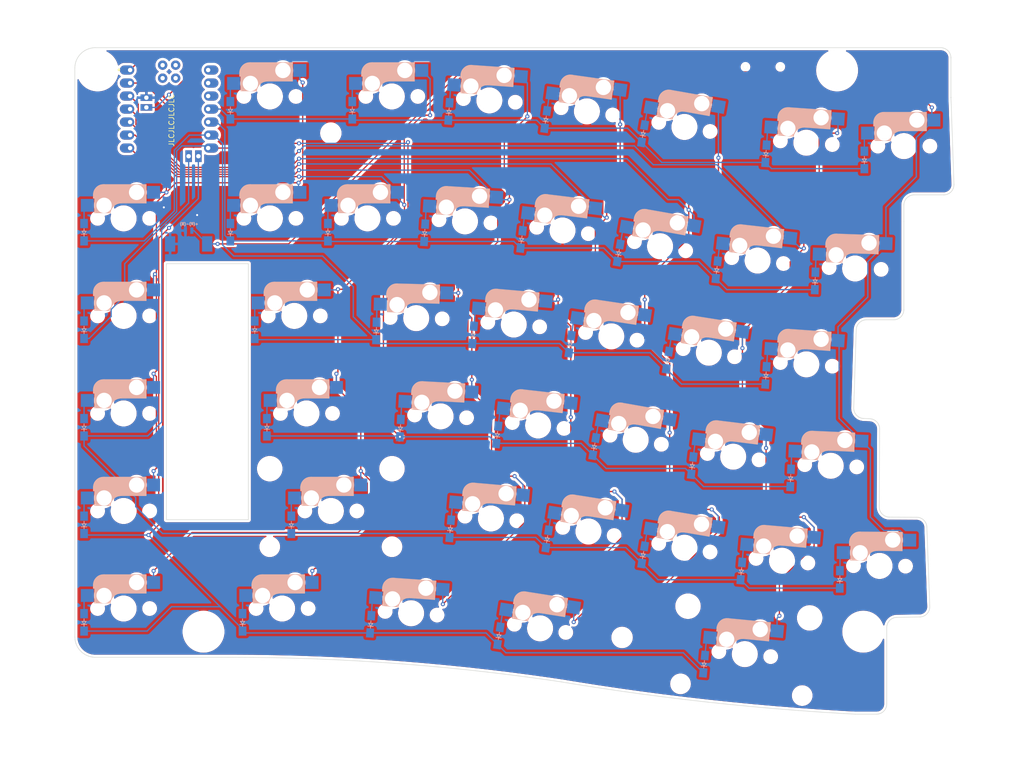
<source format=kicad_pcb>
(kicad_pcb (version 20211014) (generator pcbnew)
  (layers (0 "F.Cu" signal) (31 "B.Cu" signal) (34 "B.Paste" user) (35 "F.Paste" user) (36 "B.SilkS" user "B.Silkscreen") (37 "F.SilkS" user "F.Silkscreen") (38 "B.Mask" user) (39 "F.Mask" user) (44 "Edge.Cuts" user))
  (net 0 "")
  (net 1 "Net-(BC1-Pad1)")
  (net 2 "GND")
  (net 3 "ROW0")
  (net 4 "ROW1")
  (net 5 "ROW2")
  (net 6 "ROW3")
  (net 11 "COL0")
  (net 12 "COL1")
  (net 13 "COL6")
  (net 17 "ROW4")
  (net 18 "COL5")
  (net 19 "COL4")
  (net 20 "COL3")
  (net 21 "COL2")
  (net 23 "+BATT")
  (net 63 "ROW5")
  (footprint "footprints:MX-hotswap-diode-smd" (layer "F.Cu") (at 123.266706 100.564525 177)
    (fp_text reference "SW26" hide)
    (fp_text value "Switch")
  )
  (footprint "footprints:MX-hotswap-diode-smd_1.25u" (layer "F.Cu") (at 117.504206 139.018525 176)
    (fp_text reference "SW39" hide)
    (fp_text value "Switch")
  )
  (footprint "footprints:MX-hotswap-diode-smd" (layer "F.Cu") (at 170.891706 44.036825 170)
    (fp_text reference "SW3" hide)
    (fp_text value "Switch")
  )
  (footprint "footprints:MX-hotswap-diode-smd" (layer "F.Cu") (at 156.604206 84.930525 171.5)
    (fp_text reference "SW17" hide)
    (fp_text value "Switch")
  )
  (footprint "footprints:MX-hotswap-diode-smd" (layer "F.Cu") (at 204.229206 71.680525 178)
    (fp_text reference "SW8" hide)
    (fp_text value "Switch")
  )
  (footprint "footprints:MX-hotswap-diode-smd" (layer "F.Cu") (at 194.704206 47.118025 176)
    (fp_text reference "SW2" hide)
    (fp_text value "Switch")
  )
  (footprint "" (layer "F.Cu") (at 56.274206 33.000525)
    (fp_text reference "")
    (fp_text value "")
  )
  (footprint "footprints:MX-hotswap-diode-smd" (layer "F.Cu") (at 175.654206 88.130525 171)
    (fp_text reference "SW16" hide)
    (fp_text value "Switch")
  )
  (footprint "footprints:MX-hotswap-diode-smd" (layer "F.Cu") (at 199.466706 110.216525 177.5)
    (fp_text reference "SW22" hide)
    (fp_text value "Switch")
  )
  (footprint "footprints:MX-hotswap-diode-smd" (layer "F.Cu") (at 132.791706 38.855225 176)
    (fp_text reference "SW5" hide)
    (fp_text value "Switch")
  )
  (footprint "footprints:MX-hotswap-diode-smd" (layer "F.Cu") (at 61.354206 99.993025 180)
    (fp_text reference "SW35" hide)
    (fp_text value "Switch")
  )
  (footprint "footprints:MX-hotswap-diode-smd" (layer "F.Cu") (at 61.354206 80.943025 180)
    (fp_text reference "SW28" hide)
    (fp_text value "Switch")
  )
  (footprint "footprints:MX-hotswap-diode-smd_2.75u_stabilizer" (layer "F.Cu") (at 182.679206 147.000525 174.5)
    (fp_text reference "SW37" hide)
    (fp_text value "Switch")
  )
  (footprint "footprints:MX-hotswap-diode-smd" (layer "F.Cu") (at 61.354206 119.043025 180)
    (fp_text reference "SW42" hide)
    (fp_text value "Switch")
  )
  (footprint "footprints:MX-hotswap-diode-smd" (layer "F.Cu") (at 113.741706 38.080525 180)
    (fp_text reference "SW6" hide)
    (fp_text value "Switch")
  )
  (footprint "footprints:MX-hotswap-diode-smd" (layer "F.Cu") (at 89.929206 38.080525 180)
    (fp_text reference "SW7" hide)
    (fp_text value "Switch")
  )
  (footprint "Seeeduino XIAO KICAD:Seeeduino XIAO-MOUDLE14P-2.54-21X17.8MM" (layer "F.Cu") (at 70.244206 40.541785)
    (fp_text reference "MCU1" hide)
    (fp_text value "xaio_ble" hide)
  )
  (footprint "footprints:MX-hotswap-diode-smd" (layer "F.Cu") (at 185.179206 70.135325 173.5)
    (fp_text reference "SW9" hide)
    (fp_text value "Switch")
  )
  (footprint "footprints:MX-hotswap-diode-smd" (layer "F.Cu") (at 189.941706 128.758525 175)
    (fp_text reference "SW30" hide)
    (fp_text value "Switch")
  )
  (footprint "footprints:SK19 toggle switch" (layer "F.Cu") (at 186.211706 32.305525)
    (fp_text reference "TG_SW1" hide)
    (fp_text value "Toggle_Switch" hide)
  )
  (footprint "footprints:MX-hotswap-diode-smd_1.25u" (layer "F.Cu") (at 92.310456 138.093025 180)
    (fp_text reference "SW40" hide)
    (fp_text value "Switch")
  )
  (footprint "footprints:MX-hotswap-diode-smd" (layer "F.Cu") (at 213.754206 47.780525 180)
    (fp_text reference "SW1" hide)
    (fp_text value "Switch")
  )
  (footprint "footprints:MX-hotswap-diode-smd_1.5u" (layer "F.Cu") (at 94.691706 80.943025 180)
    (fp_text reference "SW20" hide)
    (fp_text value "Switch")
  )
  (footprint "footprints:MX-hotswap-diode-smd" (layer "F.Cu") (at 208.991706 129.774525 179.5)
    (fp_text reference "SW29" hide)
    (fp_text value "Switch")
  )
  (footprint "footprints:MX-hotswap-diode-smd" (layer "F.Cu") (at 152.141706 123.043525 171)
    (fp_text reference "SW32" hide)
    (fp_text value "Switch")
  )
  (footprint "footprints:MX-hotswap-diode-smd" (layer "F.Cu") (at 61.354206 138.093025 180)
    (fp_text reference "SW41" hide)
    (fp_text value "Switch")
  )
  (footprint "footprints:MX-hotswap-diode-smd" (layer "F.Cu") (at 133.091706 120.503525 175)
    (fp_text reference "SW33" hide)
    (fp_text value "Switch")
  )
  (footprint "footprints:MX-hotswap-diode-smd" (layer "F.Cu") (at 89.929206 61.893025 180)
    (fp_text reference "SW14" hide)
    (fp_text value "Switch")
  )
  (footprint "footprints:MX-hotswap-diode-smd" (layer "F.Cu") (at 147.079206 64.260525 173)
    (fp_text reference "SW11" hide)
    (fp_text value "Switch")
  )
  (footprint "footprints:battery_1.25mm_jst" (layer "F.Cu") (at 74.054206 64.283025)
    (fp_text reference "BC1" hide)
    (fp_text value "Battery_Connector" hide)
  )
  (footprint "" (layer "F.Cu") (at 101.829206 45.242525)
    (fp_text reference "")
    (fp_text value "")
  )
  (footprint "footprints:MX-hotswap-diode-smd_1.25u" (layer "F.Cu") (at 142.697956 141.966525 171)
    (fp_text reference "SW38" hide)
    (fp_text value "Switch")
  )
  (footprint "footprints:MX-hotswap-diode-smd" (layer "F.Cu") (at 194.704206 90.404525 176)
    (fp_text reference "SW15" hide)
    (fp_text value "Switch")
  )
  (footprint "footprints:MX-hotswap-diode-smd" (layer "F.Cu") (at 61.354206 61.893025 180)
    (fp_text reference "SW21" hide)
    (fp_text value "Switch")
  )
  (footprint "" (layer "F.Cu") (at 205.816706 142.618025)
    (fp_text reference "")
    (fp_text value "")
  )
  (footprint "footprints:MX-hotswap-diode-smd" (layer "F.Cu") (at 170.891706 126.218525 170.5)
    (fp_text reference "SW31" hide)
    (fp_text value "Switch")
  )
  (footprint "footprints:MX-hotswap-diode-smd" (layer "F.Cu") (at 128.029206 62.480525 176.5)
    (fp_text reference "SW12" hide)
    (fp_text value "Switch")
  )
  (footprint "footprints:MX-hotswap-diode-smd" (layer "F.Cu") (at 166.129206 67.330525 170)
    (fp_text reference "SW10" hide)
    (fp_text value "Switch")
  )
  (footprint "footprints:MX-hotswap-diode-smd" (layer "F.Cu") (at 180.416706 108.438525 173)
    (fp_text reference "SW23" hide)
    (fp_text value "Switch")
  )
  (footprint "footprints:MX-hotswap-diode-smd_2.25u_stabilizer" (layer "F.Cu") (at 101.835456 119.043025 180)
    (fp_text reference "SW34" hide)
    (fp_text value "Switch")
  )
  (footprint "footprints:MX-hotswap-diode-smd" (layer "F.Cu") (at 118.504206 81.380525 178.5)
    (fp_text reference "SW19" hide)
    (fp_text value "Switch")
  )
  (footprint "" (layer "F.Cu") (at 158.711706 143.742525)
    (fp_text reference "")
    (fp_text value "")
  )
  (footprint "footprints:MX-hotswap-diode-smd" (layer "F.Cu") (at 108.979206 61.893025 180)
    (fp_text reference "SW13" hide)
    (fp_text value "Switch")
  )
  (footprint "" (layer "F.Cu") (at 200.711706 33.000525)
    (fp_text reference "")
    (fp_text value "")
  )
  (footprint "footprints:MX-hotswap-diode-smd" (layer "F.Cu") (at 137.554206 82.630525 175)
    (fp_text reference "SW18" hide)
    (fp_text value "Switch")
  )
  (footprint "footprints:MX-hotswap-diode-smd" (layer "F.Cu") (at 142.316706 102.342525 173.5)
    (fp_text reference "SW25" hide)
    (fp_text value "Switch")
  )
  (footprint "footprints:MX-hotswap-diode-smd_1.75u" (layer "F.Cu") (at 97.072956 99.993025 180)
    (fp_text reference "SW27" hide)
    (fp_text value "Switch")
  )
  (footprint "" (layer "F.Cu") (at 76.959206 142.618025)
    (fp_text reference "")
    (fp_text value "")
  )
  (footprint "footprints:MX-hotswap-diode-smd" (layer "F.Cu") (at 151.841706 40.988825 172)
    (fp_text reference "SW4" hide)
    (fp_text value "Switch")
  )
  (footprint "footprints:MX-hotswap-diode-smd" (layer "F.Cu") (at 161.366706 105.136525 170)
    (fp_text reference "SW24" hide)
    (fp_text value "Switch")
  )
  (gr_line (start 222.979217 56.696817) (end 222.761552 56.891514) (layer "Edge.Cuts") (width 0.1))
  (gr_line (start 212.341127 139.819279) (end 212.201446 139.82627) (layer "Edge.Cuts") (width 0.1))
  (gr_line (start 211.408346 140.082822) (end 211.176329 140.238977) (layer "Edge.Cuts") (width 0.1))
  (gr_line (start 206.445998 81.705525) (end 206.306025 81.707869) (layer "Edge.Cuts") (width 0.1))
  (gr_line (start 210.165348 157.690238) (end 210.010875 157.9306) (layer "Edge.Cuts") (width 0.1))
  (gr_line (start 51.829206 143.618025) (end 51.829206 32.555525) (layer "Edge.Cuts") (width 0.1))
  (gr_line (start 218.18803 121.778477) (end 218.236613 122.052259) (layer "Edge.Cuts") (width 0.1))
  (gr_line (start 80.404206 147.618025) (end 55.829206 147.618025) (layer "Edge.Cuts") (width 0.1))
  (gr_line (start 210.927825 120.235112) (end 216.256364 120.26439) (layer "Edge.Cuts") (width 0.1))
  (gr_line (start 213.170217 81.121531) (end 212.954284 81.308636) (layer "Edge.Cuts") (width 0.1))
  (gr_line (start 208.795468 102.100792) (end 208.90643 102.355354) (layer "Edge.Cuts") (width 0.1))
  (gr_line (start 217.639128 120.826535) (end 217.824868 121.03346) (layer "Edge.Cuts") (width 0.1))
  (gr_line (start 222.905888 30.129828) (end 222.946549 30.412657) (layer "Edge.Cuts") (width 0.1))
  (gr_line (start 218.101991 121.514064) (end 218.18803 121.778477) (layer "Edge.Cuts") (width 0.1))
  (gr_line (start 209.730067 119.8317) (end 209.96956 119.987453) (layer "Edge.Cuts") (width 0.1))
  (gr_line (start 208.269451 101.461679) (end 208.473887 101.649616) (layer "Edge.Cuts") (width 0.1))
  (gr_line (start 213.511798 80.665238) (end 213.357325 80.9056) (layer "Edge.Cuts") (width 0.1))
  (gr_line (start 52.06076 31.207154) (end 52.21107 30.844274) (layer "Edge.Cuts") (width 0.1))
  (gr_line (start 213.754206 59.305525) (end 213.754206 62.493745) (layer "Edge.Cuts") (width 0.1))
  (gr_line (start 210.010875 157.9306) (end 209.823767 158.146531) (layer "Edge.Cuts") (width 0.1))
  (gr_line (start 207.792873 101.179107) (end 208.040982 101.303831) (layer "Edge.Cuts") (width 0.1))
  (gr_line (start 216.395378 120.267542) (end 216.670542 120.307569) (layer "Edge.Cuts") (width 0.1))
  (gr_rect (start 69.711706 70.742525) (end 85.711706 120.742525) (layer "Edge.Cuts") (width 0.1) (fill none))
  (gr_line (start 119.966068 149.255407) (end 115.810621 148.914816) (layer "Edge.Cuts") (width 0.1))
  (gr_line (start 52.396205 145.67568) (end 52.211048 145.32928) (layer "Edge.Cuts") (width 0.1))
  (gr_line (start 221.648864 28.679121) (end 221.908779 28.797822) (layer "Edge.Cuts") (width 0.1))
  (gr_line (start 210.405207 156.873385) (end 210.364541 157.156195) (layer "Edge.Cuts") (width 0.1))
  (gr_line (start 217.576236 139.599945) (end 217.304389 139.689883) (layer "Edge.Cuts") (width 0.1))
  (gr_line (start 209.515174 119.643453) (end 209.730067 119.8317) (layer "Edge.Cuts") (width 0.1))
  (gr_line (start 218.783884 138.103118) (end 218.713163 138.380586) (layer "Edge.Cuts") (width 0.1))
  (gr_line (start 51.870087 144.205302) (end 51.831585 143.814415) (layer "Edge.Cuts") (width 0.1))
  (gr_line (start 209.019627 103.0369) (end 208.938842 118.224504) (layer "Edge.Cuts") (width 0.1))
  (gr_line (start 208.040982 101.303831) (end 208.269451 101.461679) (layer "Edge.Cuts") (width 0.1))
  (gr_line (start 209.823767 158.146531) (end 209.607834 158.333636) (layer "Edge.Cuts") (width 0.1))
  (gr_line (start 218.814311 137.8184) (end 218.783884 138.103118) (layer "Edge.Cuts") (width 0.1))
  (gr_line (start 209.107572 158.606799) (end 208.833427 158.687295) (layer "Edge.Cuts") (width 0.1))
  (gr_line (start 222.365098 29.139424) (end 222.552214 29.35537) (layer "Edge.Cuts") (width 0.1))
  (gr_line (start 209.96956 119.987453) (end 210.228779 120.107542) (layer "Edge.Cuts") (width 0.1))
  (gr_line (start 107.490963 148.35207) (end 103.327502 148.129966) (layer "Edge.Cuts") (width 0.1))
  (gr_line (start 222.946549 30.412657) (end 222.949006 30.555525) (layer "Edge.Cuts") (width 0.1))
  (gr_line (start 206.306025 81.707869) (end 206.028816 81.746908) (layer "Edge.Cuts") (width 0.1))
  (gr_line (start 210.407756 156.730525) (end 210.405207 156.873385) (layer "Edge.Cuts") (width 0.1))
  (gr_line (start 203.959424 99.046602) (end 203.99027 99.327425) (layer "Edge.Cuts") (width 0.1))
  (gr_line (start 209.058809 118.924885) (end 209.176095 119.185384) (layer "Edge.Cuts") (width 0.1))
  (gr_line (start 218.277618 139.114198) (end 218.067876 139.30913) (layer "Edge.Cuts") (width 0.1))
  (gr_line (start 204.92464 100.682767) (end 205.176127 100.811481) (layer "Edge.Cuts") (width 0.1))
  (gr_line (start 213.754206 62.493745) (end 213.754206 79.705525) (layer "Edge.Cuts") (width 0.1))
  (gr_line (start 203.96148 98.90534) (end 203.959424 99.046602) (layer "Edge.Cuts") (width 0.1))
  (gr_line (start 124.118093 149.635438) (end 119.966068 149.255407) (layer "Edge.Cuts") (width 0.1))
  (gr_line (start 223.318677 56.223433) (end 223.166251 56.472533) (layer "Edge.Cuts") (width 0.1))
  (gr_line (start 223.166251 56.472533) (end 222.979217 56.696817) (layer "Edge.Cuts") (width 0.1))
  (gr_line (start 205.176127 100.811481) (end 205.443225 100.903524) (layer "Edge.Cuts") (width 0.1))
  (gr_line (start 212.201446 139.82627) (end 211.925953 139.874437) (layer "Edge.Cuts") (width 0.1))
  (gr_line (start 146.876006 152.431325) (end 144.813816 152.125856) (layer "Edge.Cuts") (width 0.1))
  (gr_line (start 132.410384 150.513676) (end 128.266323 150.054873) (layer "Edge.Cuts") (width 0.1))
  (gr_line (start 213.756651 59.162656) (end 213.754206 59.305525) (layer "Edge.Cuts") (width 0.1))
  (gr_line (start 205.720617 100.957065) (end 205.86158 100.966482) (layer "Edge.Cuts") (width 0.1))
  (gr_line (start 218.603593 138.645131) (end 218.457416 138.891347) (layer "Edge.Cuts") (width 0.1))
  (gr_line (start 213.877811 58.605662) (end 213.797312 58.879826) (layer "Edge.Cuts") (width 0.1))
  (gr_line (start 157.844882 154.141217) (end 153.452801 153.486432) (layer "Edge.Cuts") (width 0.1))
  (gr_line (start 55.241928 147.577118) (end 54.856696 147.500491) (layer "Edge.Cuts") (width 0.1))
  (gr_line (start 103.327502 148.129966) (end 99.16212 147.947403) (layer "Edge.Cuts") (width 0.1))
  (gr_line (start 53.771547 147.051011) (end 53.444962 146.832796) (layer "Edge.Cuts") (width 0.1))
  (gr_line (start 222.517885 57.052485) (end 222.253398 57.176305) (layer "Edge.Cuts") (width 0.1))
  (gr_line (start 53.141339 146.58362) (end 52.863601 146.305884) (layer "Edge.Cuts") (width 0.1))
  (gr_line (start 209.018066 102.898043) (end 209.019627 103.0369) (layer "Edge.Cuts") (width 0.1))
  (gr_line (start 223.539971 55.382153) (end 223.507546 55.672383) (layer "Edge.Cuts") (width 0.1))
  (gr_line (start 216.670542 120.307569) (end 216.937508 120.385326) (layer "Edge.Cuts") (width 0.1))
  (gr_line (start 52.614423 146.002263) (end 52.396205 145.67568) (layer "Edge.Cuts") (width 0.1))
  (gr_line (start 211.754206 81.705525) (end 206.445998 81.705525) (layer "Edge.Cuts") (width 0.1))
  (gr_line (start 205.759759 81.824224) (end 205.504113 81.938306) (layer "Edge.Cuts") (width 0.1))
  (gr_line (start 53.141352 29.589935) (end 53.444973 29.34076) (layer "Edge.Cuts") (width 0.1))
  (gr_line (start 221.091874 28.557953) (end 221.374702 28.598619) (layer "Edge.Cuts") (width 0.1))
  (gr_line (start 204.709632 82.707927) (end 204.587484 82.959818) (layer "Edge.Cuts") (width 0.1))
  (gr_line (start 222.761552 56.891514) (end 222.517885 57.052485) (layer "Edge.Cuts") (width 0.1))
  (gr_line (start 211.897066 81.702958) (end 211.754206 81.705525) (layer "Edge.Cuts") (width 0.1))
  (gr_line (start 223.433254 55.954812) (end 223.318677 56.223433) (layer "Edge.Cuts") (width 0.1))
  (gr_line (start 208.938842 118.224504) (end 208.940632 118.367358) (layer "Edge.Cuts") (width 0.1))
  (gr_line (start 166.645086 155.337648) (end 162.242419 154.758304) (layer "Edge.Cuts") (width 0.1))
  (gr_line (start 213.710991 80.131195) (end 213.630492 80.40534) (layer "Edge.Cuts") (width 0.1))
  (gr_line (start 222.149154 28.952304) (end 222.365098 29.139424) (layer "Edge.Cuts") (width 0.1))
  (gr_line (start 214.794429 57.547818) (end 214.554051 57.7023) (layer "Edge.Cuts") (width 0.1))
  (gr_line (start 210.228779 120.107542) (end 210.502449 120.189522) (layer "Edge.Cuts") (width 0.1))
  (gr_line (start 207.257105 101.037945) (end 207.529895 101.089907) (layer "Edge.Cuts") (width 0.1))
  (gr_line (start 221.973715 57.260343) (end 221.684783 57.302811) (layer "Edge.Cuts") (width 0.1))
  (gr_line (start 82.488892 147.612834) (end 80.404206 147.618025) (layer "Edge.Cuts") (width 0.1))
  (gr_line (start 208.650357 101.864028) (end 208.795468 102.100792) (layer "Edge.Cuts") (width 0.1))
  (gr_line (start 222.949044 38.266369) (end 222.949646 38.301068) (layer "Edge.Cuts") (width 0.1))
  (gr_line (start 212.454022 81.581799) (end 212.179877 81.662295) (layer "Edge.Cuts") (width 0.1))
  (gr_line (start 171.052561 155.879206) (end 166.645086 155.337648) (layer "Edge.Cuts") (width 0.1))
  (gr_line (start 222.706693 29.595749) (end 222.82539 29.855665) (layer "Edge.Cuts") (width 0.1))
  (gr_line (start 153.452801 153.486432) (end 149.066498 152.793997) (layer "Edge.Cuts") (width 0.1))
  (gr_line (start 52.060736 144.9664) (end 51.946716 144.590534) (layer "Edge.Cuts") (width 0.1))
  (gr_line (start 216.879486 139.747376) (end 212.341127 139.819279) (layer "Edge.Cuts") (width 0.1))
  (gr_line (start 217.426516 120.647335) (end 217.639128 120.826535) (layer "Edge.Cuts") (width 0.1))
  (gr_line (start 210.968328 140.425932) (end 210.788402 140.640042) (layer "Edge.Cuts") (width 0.1))
  (gr_line (start 204.865715 82.475532) (end 204.709632 82.707927) (layer "Edge.Cuts") (width 0.1))
  (gr_line (start 203.99027 99.327425) (end 204.060329 99.601113) (layer "Edge.Cuts") (width 0.1))
  (gr_line (start 216.256364 120.26439) (end 216.395378 120.267542) (layer "Edge.Cuts") (width 0.1))
  (gr_line (start 207.118545 101.028708) (end 207.257105 101.037945) (layer "Edge.Cuts") (width 0.1))
  (gr_line (start 210.788402 140.640042) (end 210.640058 140.877131) (layer "Edge.Cuts") (width 0.1))
  (gr_line (start 193.150687 158.018913) (end 188.724045 157.666826) (layer "Edge.Cuts") (width 0.1))
  (gr_line (start 209.607834 158.333636) (end 209.367472 158.488107) (layer "Edge.Cuts") (width 0.1))
  (gr_line (start 222.253398 57.176305) (end 221.973715 57.260343) (layer "Edge.Cuts") (width 0.1))
  (gr_line (start 221.374702 28.598619) (end 221.648864 28.679121) (layer "Edge.Cuts") (width 0.1))
  (gr_line (start 223.507546 55.672383) (end 223.433254 55.954812) (layer "Edge.Cuts") (width 0.1))
  (gr_line (start 90.827094 147.700962) (end 86.658202 147.637105) (layer "Edge.Cuts") (width 0.1))
  (gr_line (start 51.831585 143.814415) (end 51.829206 143.618025) (layer "Edge.Cuts") (width 0.1))
  (gr_line (start 208.473887 101.649616) (end 208.650357 101.864028) (layer "Edge.Cuts") (width 0.1))
  (gr_line (start 51.946742 31.583019) (end 52.06076 31.207154) (layer "Edge.Cuts") (width 0.1))
  (gr_line (start 216.937508 120.385326) (end 217.191129 120.499314) (layer "Edge.Cuts") (width 0.1))
  (gr_line (start 217.824868 121.03346) (end 217.980154 121.264118) (layer "Edge.Cuts") (width 0.1))
  (gr_line (start 54.8567 28.673062) (end 55.24193 28.596435) (layer "Edge.Cuts") (width 0.1))
  (gr_line (start 208.981108 102.622818) (end 209.018066 102.898043) (layer "Edge.Cuts") (width 0.1))
  (gr_line (start 218.713163 138.380586) (end 218.603593 138.645131) (layer "Edge.Cuts") (width 0.1))
  (gr_line (start 54.117955 28.937389) (end 54.480835 28.78708) (layer "Edge.Cuts") (width 0.1))
  (gr_line (start 218.244033 122.19111) (end 218.811514 137.675237) (layer "Edge.Cuts") (width 0.1))
  (gr_line (start 52.863616 29.867671) (end 53.141352 29.589935) (layer "Edge.Cuts") (width 0.1))
  (gr_line (start 184.300586 157.276781) (end 179.880636 156.848809) (layer "Edge.Cuts") (width 0.1))
  (gr_line (start 218.457416 138.891347) (end 218.277618 139.114198) (layer "Edge.Cuts") (width 0.1))
  (gr_line (start 94.995192 147.804398) (end 90.827094 147.700962) (layer "Edge.Cuts") (width 0.1))
  (gr_line (start 206.028816 81.746908) (end 205.759759 81.824224) (layer "Edge.Cuts") (width 0.1))
  (gr_line (start 51.946716 144.590534) (end 51.870087 144.205302) (layer "Edge.Cuts") (width 0.1))
  (gr_line (start 222.95021 38.318411) (end 223.537561 55.236131) (layer "Edge.Cuts") (width 0.1))
  (gr_line (start 218.067876 139.30913) (end 217.832478 139.472156) (layer "Edge.Cuts") (width 0.1))
  (gr_line (start 188.724045 157.666826) (end 184.300586 157.276781) (layer "Edge.Cuts") (width 0.1))
  (gr_line (start 211.176329 140.238977) (end 210.968328 140.425932) (layer "Edge.Cuts") (width 0.1))
  (gr_line (start 52.863601 146.305884) (end 52.614423 146.002263) (layer "Edge.Cuts") (width 0.1))
  (gr_line (start 210.364541 157.156195) (end 210.284042 157.43034) (layer "Edge.Cuts") (width 0.1))
  (gr_line (start 175.464519 156.382939) (end 171.052561 155.879206) (layer "Edge.Cuts") (width 0.1))
  (gr_line (start 204.447009 83.641937) (end 203.96148 98.90534) (layer "Edge.Cuts") (width 0.1))
  (gr_line (start 115.810621 148.914816) (end 111.652128 148.613694) (layer "Edge.Cuts") (width 0.1))
  (gr_line (start 204.587484 82.959818) (end 204.501656 83.226281) (layer "Edge.Cuts") (width 0.1))
  (gr_line (start 99.16212 147.947403) (end 94.995192 147.804398) (layer "Edge.Cuts") (width 0.1))
  (gr_line (start 111.652128 148.613694) (end 107.490963 148.35207) (layer "Edge.Cuts") (width 0.1))
  (gr_line (start 213.630492 80.40534) (end 213.511798 80.665238) (layer "Edge.Cuts") (width 0.1))
  (gr_line (start 213.357325 80.9056) (end 213.170217 81.121531) (layer "Edge.Cuts") (width 0.1))
  (gr_line (start 54.480835 28.78708) (end 54.8567 28.673062) (layer "Edge.Cuts") (width 0.1))
  (gr_line (start 213.996509 58.345745) (end 213.877811 58.605662) (layer "Edge.Cuts") (width 0.1))
  (gr_line (start 149.066498 152.793997) (end 146.876006 152.431325) (layer "Edge.Cuts") (width 0.1))
  (gr_line (start 210.449023 141.401389) (end 210.410056 141.678333) (layer "Edge.Cuts") (width 0.1))
  (gr_line (start 55.632817 28.557935) (end 55.829206 28.555525) (layer "Edge.Cuts") (width 0.1))
  (gr_line (start 86.658202 147.637105) (end 82.488892 147.612834) (layer "Edge.Cuts") (width 0.1))
  (gr_line (start 207.529895 101.089907) (end 207.792873 101.179107) (layer "Edge.Cuts") (width 0.1))
  (gr_line (start 52.21107 30.844274) (end 52.396224 30.497875) (layer "Edge.Cuts") (width 0.1))
  (gr_line (start 204.488107 100.326251) (end 204.693768 100.519943) (layer "Edge.Cuts") (width 0.1))
  (gr_line (start 53.771556 29.122544) (end 54.117955 28.937389) (layer "Edge.Cuts") (width 0.1))
  (gr_line (start 204.453826 83.50211) (end 204.447009 83.641937) (layer "Edge.Cuts") (width 0.1))
  (gr_line (start 218.236613 122.052259) (end 218.244033 122.19111) (layer "Edge.Cuts") (width 0.1))
  (gr_line (start 205.504113 81.938306) (end 205.266875 82.086924) (layer "Edge.Cuts") (width 0.1))
  (gr_line (start 215.328508 57.348616) (end 215.054345 57.429118) (layer "Edge.Cuts") (width 0.1))
  (gr_line (start 217.304389 139.689883) (end 217.022494 139.740133) (layer "Edge.Cuts") (width 0.1))
  (gr_line (start 55.829206 147.618025) (end 55.632816 147.615616) (layer "Edge.Cuts") (width 0.1))
  (gr_line (start 53.444962 146.832796) (end 53.141339 146.58362) (layer "Edge.Cuts") (width 0.1))
  (gr_line (start 54.480829 147.386474) (end 54.117948 147.236165) (layer "Edge.Cuts") (width 0.1))
  (gr_line (start 204.311749 100.105546) (end 204.488107 100.326251) (layer "Edge.Cuts") (width 0.1))
  (gr_line (start 144.813816 152.125856) (end 140.684503 151.549214) (layer "Edge.Cuts") (width 0.1))
  (gr_line (start 52.211048 145.32928) (end 52.060736 144.9664) (layer "Edge.Cuts") (width 0.1))
  (gr_line (start 218.811514 137.675237) (end 218.814311 137.8184) (layer "Edge.Cuts") (width 0.1))
  (gr_line (start 205.05268 82.267173) (end 204.865715 82.475532) (layer "Edge.Cuts") (width 0.1))
  (gr_line (start 212.179877 81.662295) (end 211.897066 81.702958) (layer "Edge.Cuts") (width 0.1))
  (gr_line (start 217.191129 120.499314) (end 217.426516 120.647335) (layer "Edge.Cuts") (width 0.1))
  (gr_line (start 208.407756 158.730525) (end 204.229206 158.730525) (layer "Edge.Cuts") (width 0.1))
  (gr_line (start 210.640058 140.877131) (end 210.526192 141.132573) (layer "Edge.Cuts") (width 0.1))
  (gr_line (start 222.82539 29.855665) (end 222.905888 30.129828) (layer "Edge.Cuts") (width 0.1))
  (gr_line (start 52.61444 30.171292) (end 52.863616 29.867671) (layer "Edge.Cuts") (width 0.1))
  (gr_line (start 210.526192 141.132573) (end 210.449023 141.401389) (layer "Edge.Cuts") (width 0.1))
  (gr_line (start 136.549901 151.011805) (end 132.410384 150.513676) (layer "Edge.Cuts") (width 0.1))
  (gr_line (start 209.329256 119.426543) (end 209.515174 119.643453) (layer "Edge.Cuts") (width 0.1))
  (gr_line (start 208.979785 118.650347) (end 209.058809 118.924885) (layer "Edge.Cuts") (width 0.1))
  (gr_line (start 220.949006 28.555525) (end 221.091874 28.557953) (layer "Edge.Cuts") (width 0.1))
  (gr_line (start 213.754206 79.705525) (end 213.751657 79.848385) (layer "Edge.Cuts") (width 0.1))
  (gr_line (start 217.832478 139.472156) (end 217.576236 139.599945) (layer "Edge.Cuts") (width 0.1))
  (gr_line (start 222.949006 30.555525) (end 222.949006 38.249017) (layer "Edge.Cuts") (width 0.1))
  (gr_line (start 210.407756 141.818169) (end 210.407756 156.730525) (layer "Edge.Cuts") (width 0.1))
  (gr_line (start 179.880636 156.848809) (end 175.464519 156.382939) (layer "Edge.Cuts") (width 0.1))
  (gr_line (start 55.632816 147.615616) (end 55.241928 147.577118) (layer "Edge.Cuts") (width 0.1))
  (gr_line (start 223.537561 55.236131) (end 223.539971 55.382153) (layer "Edge.Cuts") (width 0.1))
  (gr_line (start 205.86158 100.966482) (end 207.118545 101.028708) (layer "Edge.Cuts") (width 0.1))
  (gr_line (start 128.266323 150.054873) (end 124.118093 149.635438) (layer "Edge.Cuts") (width 0.1))
  (gr_line (start 208.940632 118.367358) (end 208.979785 118.650347) (layer "Edge.Cuts") (width 0.1))
  (gr_line (start 212.954284 81.308636) (end 212.713922 81.463107) (layer "Edge.Cuts") (width 0.1))
  (gr_line (start 214.150989 58.105366) (end 213.996509 58.345745) (layer "Edge.Cuts") (width 0.1))
  (gr_line (start 212.713922 81.463107) (end 212.454022 81.581799) (layer "Edge.Cuts") (width 0.1))
  (gr_line (start 214.554051 57.7023) (end 214.338106 57.889419) (layer "Edge.Cuts") (width 0.1))
  (gr_line (start 54.117948 147.236165) (end 53.771547 147.051011) (layer "Edge.Cuts") (width 0.1))
  (gr_line (start 208.833427 158.687295) (end 208.550616 158.727958) (layer "Edge.Cuts") (width 0.1))
  (gr_line (start 55.829206 28.555525) (end 220.949006 28.555525) (layer "Edge.Cuts") (width 0.1))
  (gr_line (start 205.266875 82.086924) (end 205.05268 82.267173) (layer "Edge.Cuts") (width 0.1))
  (gr_line (start 197.580186 158.333017) (end 193.150687 158.018913) (layer "Edge.Cuts") (width 0.1))
  (gr_line (start 217.980154 121.264118) (end 218.101991 121.514064) (layer "Edge.Cuts") (width 0.1))
  (gr_line (start 215.611337 57.307952) (end 215.328508 57.348616) (layer "Edge.Cuts") (width 0.1))
  (gr_line (start 202.012216 158.609115) (end 197.580186 158.333017) (layer "Edge.Cuts") (width 0.1))
  (gr_line (start 51.870115 31.968249) (end 51.946742 31.583019) (layer "Edge.Cuts") (width 0.1))
  (gr_line (start 222.949646 38.301068) (end 222.95021 38.318411) (layer "Edge.Cuts") (width 0.1))
  (gr_line (start 140.684503 151.549214) (end 136.549901 151.011805) (layer "Edge.Cuts") (width 0.1))
  (gr_line (start 204.693768 100.519943) (end 204.92464 100.682767) (layer "Edge.Cuts") (width 0.1))
  (gr_line (start 217.022494 139.740133) (end 216.879486 139.747376) (layer "Edge.Cuts") (width 0.1))
  (gr_line (start 222.552214 29.35537) (end 222.706693 29.595749) (layer "Edge.Cuts") (width 0.1))
  (gr_line (start 210.410056 141.678333) (end 210.407756 141.818169) (layer "Edge.Cuts") (width 0.1))
  (gr_line (start 214.338106 57.889419) (end 214.150989 58.105366) (layer "Edge.Cuts") (width 0.1))
  (gr_line (start 221.538765 57.305525) (end 215.754206 57.305525) (layer "Edge.Cuts") (width 0.1))
  (gr_line (start 53.444973 29.34076) (end 53.771556 29.122544) (layer "Edge.Cuts") (width 0.1))
  (gr_line (start 215.054345 57.429118) (end 214.794429 57.547818) (layer "Edge.Cuts") (width 0.1))
  (gr_line (start 211.925953 139.874437) (end 211.659856 139.960513) (layer "Edge.Cuts") (width 0.1))
  (gr_line (start 221.684783 57.302811) (end 221.538765 57.305525) (layer "Edge.Cuts") (width 0.1))
  (gr_line (start 204.060329 99.601113) (end 204.168204 99.862219) (layer "Edge.Cuts") (width 0.1))
  (gr_line (start 210.502449 120.189522) (end 210.784999 120.231726) (layer "Edge.Cuts") (width 0.1))
  (gr_line (start 51.829206 32.555525) (end 51.831615 32.359136) (layer "Edge.Cuts") (width 0.1))
  (gr_line (start 215.754206 57.305525) (end 215.611337 57.307952) (layer "Edge.Cuts") (width 0.1))
  (gr_line (start 210.284042 157.43034) (end 210.165348 157.690238) (layer "Edge.Cuts") (width 0.1))
  (gr_line (start 208.90643 102.355354) (end 208.981108 102.622818) (layer "Edge.Cuts") (width 0.1))
  (gr_line (start 205.443225 100.903524) (end 205.720617 100.957065) (layer "Edge.Cuts") (width 0.1))
  (gr_line (start 222.949006 38.249017) (end 222.949044 38.266369) (layer "Edge.Cuts") (width 0.1))
  (gr_line (start 51.831615 32.359136) (end 51.870115 31.968249) (layer "Edge.Cuts") (width 0.1))
  (gr_line (start 209.367472 158.488107) (end 209.107572 158.606799) (layer "Edge.Cuts") (width 0.1))
  (gr_line (start 52.396224 30.497875) (end 52.61444 30.171292) (layer "Edge.Cuts") (width 0.1))
  (gr_line (start 204.229206 158.730525) (end 202.012216 158.609115) (layer "Edge.Cuts") (width 0.1))
  (gr_line (start 162.242419 154.758304) (end 157.844882 154.141217) (layer "Edge.Cuts") (width 0.1))
  (gr_line (start 208.550616 158.727958) (end 208.407756 158.730525) (layer "Edge.Cuts") (width 0.1))
  (gr_line (start 213.751657 79.848385) (end 213.710991 80.131195) (layer "Edge.Cuts") (width 0.1))
  (gr_line (start 209.176095 119.185384) (end 209.329256 119.426543) (layer "Edge.Cuts") (width 0.1))
  (gr_line (start 54.856696 147.500491) (end 54.480829 147.386474) (layer "Edge.Cuts") (width 0.1))
  (gr_line (start 211.659856 139.960513) (end 211.408346 140.082822) (layer "Edge.Cuts") (width 0.1))
  (gr_line (start 213.797312 58.879826) (end 213.756651 59.162656) (layer "Edge.Cuts") (width 0.1))
  (gr_line (start 221.908779 28.797822) (end 222.149154 28.952304) (layer "Edge.Cuts") (width 0.1))
  (gr_line (start 55.24193 28.596435) (end 55.632817 28.557935) (layer "Edge.Cuts") (width 0.1))
  (gr_line (start 204.168204 99.862219) (end 204.311749 100.105546) (layer "Edge.Cuts") (width 0.1))
  (gr_line (start 204.501656 83.226281) (end 204.453826 83.50211) (layer "Edge.Cuts") (width 0.1))
  (gr_line (start 210.784999 120.231726) (end 210.927825 120.235112) (layer "Edge.Cuts") (width 0.1))
  (gr_text "JLCJLCJLCJLC" (at 70.711706 42.742525 90) (layer "F.SilkS") (effects (font (size 1 1))))
  (segment (start 177.711706 33.742525) (end 144.211706 33.742525) (width 0.25) (layer "F.Cu") (net 1))
  (segment (start 144.211706 33.742525) (end 141.661706 31.192525) (width 0.25) (layer "F.Cu") (net 1))
  (segment (start 129.261706 31.192525) (end 93.571206 66.883025) (width 0.25) (layer "F.Cu") (net 1))
  (segment (start 184.711706 37.742525) (end 181.711706 37.742525) (width 0.25) (layer "F.Cu") (net 1))
  (segment (start 141.661706 31.192525) (end 129.261706 31.192525) (width 0.25) (layer "F.Cu") (net 1))
  (segment (start 186.211706 35.380525) (end 186.211706 36.242525) (width 0.25) (layer "F.Cu") (net 1))
  (segment (start 181.711706 37.742525) (end 177.711706 33.742525) (width 0.25) (layer "F.Cu") (net 1))
  (segment (start 186.211706 36.242525) (end 184.711706 37.742525) (width 0.25) (layer "F.Cu") (net 1))
  (segment (start 93.571206 66.883025) (end 79.711706 66.883025) (width 0.25) (layer "F.Cu") (net 1))
  (via (at 79.711706 66.883025) (size 0.8) (drill 0.4) (layers "F.Cu" "B.Cu") (net 1))
  (segment (start 79.711706 66.883025) (end 77.679206 66.883025) (width 0.25) (layer "B.Cu") (net 1))
  (segment (start 75.079206 64.283025) (end 74.679206 64.283025) (width 0.25) (layer "B.Cu") (net 1))
  (segment (start 77.679206 66.883025) (end 75.079206 64.283025) (width 0.25) (layer "B.Cu") (net 1))
  (via (at 69.211706 59.742525) (size 0.8) (drill 0.4) (layers "F.Cu" "B.Cu") (net 2))
  (via (at 75.711706 61.242525) (size 0.8) (drill 0.4) (layers "F.Cu" "B.Cu") (net 2))
  (segment (start 80.265466 40.541785) (end 77.864206 40.541785) (width 0.25) (layer "B.Cu") (net 3))
  (segment (start 186.691095 50.968438) (end 166.459905 50.968438) (width 0.25) (layer "B.Cu") (net 3))
  (segment (start 166.459905 50.968438) (end 162.520014 47.028547) (width 0.25) (layer "B.Cu") (net 3))
  (segment (start 162.520014 47.028547) (end 159.762359 44.270892) (width 0.25) (layer "B.Cu") (net 3))
  (segment (start 187.903182 52.180525) (end 186.691095 50.968438) (width 0.25) (layer "B.Cu") (net 3))
  (segment (start 124.778595 42.705638) (end 106.241819 42.705638) (width 0.25) (layer "B.Cu") (net 3))
  (segment (start 106.016706 42.480525) (end 82.204206 42.480525) (width 0.25) (layer "B.Cu") (net 3))
  (segment (start 159.762359 44.270892) (end 143.579524 44.270892) (width 0.25) (layer "B.Cu") (net 3))
  (segment (start 142.01427 42.705638) (end 124.778595 42.705638) (width 0.25) (layer "B.Cu") (net 3))
  (segment (start 106.241819 42.705638) (end 106.016706 42.480525) (width 0.25) (layer "B.Cu") (net 3))
  (segment (start 82.204206 42.480525) (end 80.265466 40.541785) (width 0.25) (layer "B.Cu") (net 3))
  (segment (start 143.579524 44.270892) (end 142.01427 42.705638) (width 0.25) (layer "B.Cu") (net 3))
  (segment (start 206.029206 52.180525) (end 187.903182 52.180525) (width 0.25) (layer "B.Cu") (net 3))
  (segment (start 157.757514 70.322247) (end 155.121554 67.686287) (width 0.25) (layer "B.Cu") (net 4))
  (segment (start 81.129206 65.218025) (end 81.129206 44.660025) (width 0.25) (layer "B.Cu") (net 4))
  (segment (start 155.121554 67.686287) (end 138.875562 67.686287) (width 0.25) (layer "B.Cu") (net 4))
  (segment (start 79.550966 43.081785) (end 77.864206 43.081785) (width 0.25) (layer "B.Cu") (net 4))
  (segment (start 177.005769 73.632546) (end 173.69547 70.322247) (width 0.25) (layer "B.Cu") (net 4))
  (segment (start 120.050001 66.400718) (end 101.361899 66.400718) (width 0.25) (layer "B.Cu") (net 4))
  (segment (start 82.204206 66.293025) (end 81.129206 65.218025) (width 0.25) (layer "B.Cu") (net 4))
  (segment (start 173.69547 70.322247) (end 157.757514 70.322247) (width 0.25) (layer "B.Cu") (net 4))
  (segment (start 101.361899 66.400718) (end 101.254206 66.293025) (width 0.25) (layer "B.Cu") (net 4))
  (segment (start 179.181469 75.808246) (end 177.005769 73.632546) (width 0.25) (layer "B.Cu") (net 4))
  (segment (start 137.589993 66.400718) (end 120.050001 66.400718) (width 0.25) (layer "B.Cu") (net 4))
  (segment (start 81.129206 44.660025) (end 79.550966 43.081785) (width 0.25) (layer "B.Cu") (net 4))
  (segment (start 101.254206 66.293025) (end 82.204206 66.293025) (width 0.25) (layer "B.Cu") (net 4))
  (segment (start 196.355354 75.808246) (end 179.181469 75.808246) (width 0.25) (layer "B.Cu") (net 4))
  (segment (start 138.875562 67.686287) (end 137.589993 66.400718) (width 0.25) (layer "B.Cu") (net 4))
  (segment (start 79.058466 45.621785) (end 77.864206 45.621785) (width 0.25) (layer "B.Cu") (net 5))
  (segment (start 146.513834 86.340504) (end 129.475117 86.340504) (width 0.25) (layer "B.Cu") (net 5))
  (segment (start 87.200481 85.5768) (end 86.966706 85.343025) (width 0.25) (layer "B.Cu") (net 5))
  (segment (start 110.666675 85.5768) (end 106.211706 81.121831) (width 0.25) (layer "B.Cu") (net 5))
  (segment (start 71.261706 48.556129) (end 74.19605 45.621785) (width 0.25) (layer "B.Cu") (net 5))
  (segment (start 100.211706 69.242525) (end 82.853706 69.242525) (width 0.25) (layer "B.Cu") (net 5))
  (segment (start 164.208472 88.140367) (end 148.313697 88.140367) (width 0.25) (layer "B.Cu") (net 5))
  (segment (start 110.666675 85.5768) (end 87.200481 85.5768) (width 0.25) (layer "B.Cu") (net 5))
  (segment (start 74.19605 45.621785) (end 77.864206 45.621785) (width 0.25) (layer "B.Cu") (net 5))
  (segment (start 82.853706 69.242525) (end 80.679206 67.068025) (width 0.25) (layer "B.Cu") (net 5))
  (segment (start 167.336002 91.267897) (end 164.208472 88.140367) (width 0.25) (layer "B.Cu") (net 5))
  (segment (start 80.679206 67.068025) (end 80.679206 47.242525) (width 0.25) (layer "B.Cu") (net 5))
  (segment (start 65.388414 66.293025) (end 71.261706 60.419733) (width 0.25) (layer "B.Cu") (net 5))
  (segment (start 111.430379 86.340504) (end 110.666675 85.5768) (width 0.25) (layer "B.Cu") (net 5))
  (segment (start 71.261706 60.419733) (end 71.261706 48.556129) (width 0.25) (layer "B.Cu") (net 5))
  (segment (start 53.629206 66.293025) (end 65.388414 66.293025) (width 0.25) (layer "B.Cu") (net 5))
  (segment (start 129.475117 86.340504) (end 111.430379 86.340504) (width 0.25) (layer "B.Cu") (net 5))
  (segment (start 170.323043 94.254938) (end 167.336002 91.267897) (width 0.25) (layer "B.Cu") (net 5))
  (segment (start 106.211706 81.121831) (end 106.211706 75.242525) (width 0.25) (layer "B.Cu") (net 5))
  (segment (start 148.313697 88.140367) (end 146.513834 86.340504) (width 0.25) (layer "B.Cu") (net 5))
  (segment (start 106.211706 75.242525) (end 100.211706 69.242525) (width 0.25) (layer "B.Cu") (net 5))
  (segment (start 186.691095 94.254938) (end 170.323043 94.254938) (width 0.25) (layer "B.Cu") (net 5))
  (segment (start 80.679206 47.242525) (end 79.058466 45.621785) (width 0.25) (layer "B.Cu") (net 5))
  (segment (start 94.109707 47.242525) (end 93.190447 48.161785) (width 0.25) (layer "F.Cu") (net 6))
  (segment (start 116.891207 47.018025) (end 116.891207 63.563024) (width 0.25) (layer "F.Cu") (net 6))
  (segment (start 93.190447 48.161785) (end 77.864206 48.161785) (width 0.25) (layer "F.Cu") (net 6))
  (segment (start 112.100946 101.333131) (end 115.322015 104.5542) (width 0.25) (layer "F.Cu") (net 6))
  (segment (start 95.609707 47.242525) (end 94.109707 47.242525) (width 0.25) (layer "F.Cu") (net 6))
  (segment (start 116.891207 63.563024) (end 112.100946 68.353285) (width 0.25) (layer "F.Cu") (net 6))
  (segment (start 112.100946 68.353285) (end 112.100946 101.333131) (width 0.25) (layer "F.Cu") (net 6))
  (via (at 115.322015 104.5542) (size 0.8) (drill 0.4) (layers "F.Cu" "B.Cu") (net 6))
  (via (at 116.891207 47.018025) (size 0.8) (drill 0.4) (layers "F.Cu" "B.Cu") (net 6))
  (via (at 95.609707 47.242525) (size 0.8) (drill 0.4) (layers "F.Cu" "B.Cu") (net 6))
  (segment (start 155.609292 110.742525) (end 152.995014 108.128247) (width 0.25) (layer "B.Cu") (net 6))
  (segment (start 58.929205 81.043026) (end 58.929205 79.669678) (width 0.25) (layer "B.Cu") (net 6))
  (segment (start 89.347956 104.393025) (end 115.16084 104.393025) (width 0.25) (layer "B.Cu") (net 6))
  (segment (start 150.706513 105.839746) (end 134.143269 105.839746) (width 0.25) (layer "B.Cu") (net 6))
  (segment (start 53.629206 85.343025) (end 54.629206 85.343025) (width 0.25) (layer "B.Cu") (net 6))
  (segment (start 72.711706 47.742525) (end 77.444946 47.742525) (width 0.25) (layer "B.Cu") (net 6))
  (segment (start 71.711706 48.742525) (end 72.711706 47.742525) (width 0.25) (layer "B.Cu") (net 6))
  (segment (start 171.0913 110.742525) (end 155.609292 110.742525) (width 0.25) (layer "B.Cu") (net 6))
  (segment (start 174.624152 114.275377) (end 172.213062 111.864287) (width 0.25) (layer "B.Cu") (net 6))
  (segment (start 71.711706 60.606129) (end 71.711706 48.742525) (width 0.25) (layer "B.Cu") (net 6))
  (segment (start 115.16084 104.393025) (end 115.322015 104.5542) (width 0.25) (layer "B.Cu") (net 6))
  (segment (start 116.891207 47.018025) (end 116.666707 47.242525) (width 0.25) (layer "B.Cu") (net 6))
  (segment (start 116.666707 47.242525) (end 95.609707 47.242525) (width 0.25) (layer "B.Cu") (net 6))
  (segment (start 191.557133 114.275377) (end 174.624152 114.275377) (width 0.25) (layer "B.Cu") (net 6))
  (segment (start 61.569205 77.029678) (end 61.569205 70.74863) (width 0.25) (layer "B.Cu") (net 6))
  (segment (start 152.995014 108.128247) (end 150.706513 105.839746) (width 0.25) (layer "B.Cu") (net 6))
  (segment (start 58.929205 79.669678) (end 61.569205 77.029678) (width 0.25) (layer "B.Cu") (net 6))
  (segment (start 61.569205 70.74863) (end 71.711706 60.606129) (width 0.25) (layer "B.Cu") (net 6))
  (segment (start 134.143269 105.839746) (end 132.857723 104.5542) (width 0.25) (layer "B.Cu") (net 6))
  (segment (start 54.629206 85.343025) (end 58.929205 81.043026) (width 0.25) (layer "B.Cu") (net 6))
  (segment (start 172.213062 111.864287) (end 171.0913 110.742525) (width 0.25) (layer "B.Cu") (net 6))
  (segment (start 132.857723 104.5542) (end 115.322015 104.5542) (width 0.25) (layer "B.Cu") (net 6))
  (segment (start 77.444946 47.742525) (end 77.864206 48.161785) (width 0.25) (layer "B.Cu") (net 6))
  (segment (start 142.034498 30.292525) (end 65.253466 30.292525) (width 0.25) (layer "F.Cu") (net 11))
  (segment (start 65.253466 30.292525) (end 62.624206 32.921785) (width 0.25) (layer "F.Cu") (net 11))
  (segment (start 198.211706 38.742525) (end 190.211706 30.742525) (width 0.25) (layer "F.Cu") (net 11))
  (segment (start 217.711706 38.742525) (end 198.211706 38.742525) (width 0.25) (layer "F.Cu") (net 11))
  (segment (start 142.484498 30.742525) (end 142.034498 30.292525) (width 0.25) (layer "F.Cu") (net 11))
  (segment (start 190.211706 30.742525) (end 142.484498 30.742525) (width 0.25) (layer "F.Cu") (net 11))
  (segment (start 219.211706 40.242525) (end 217.711706 38.742525) (width 0.25) (layer "F.Cu") (net 11))
  (via (at 219.211706 40.242525) (size 0.8) (drill 0.4) (layers "F.Cu" "B.Cu") (net 11))
  (segment (start 210.244937 59.709294) (end 210.244937 66.807502) (width 0.25) (layer "B.Cu") (net 11))
  (segment (start 212.973998 122.841883) (end 214.877814 124.745699) (width 0.25) (layer "B.Cu") (net 11))
  (segment (start 219.211706 40.242525) (end 219.211706 43.085025) (width 0.25) (layer "B.Cu") (net 11))
  (segment (start 219.211706 43.085025) (end 216.179207 46.117524) (width 0.25) (layer "B.Cu") (net 11))
  (segment (start 200.886338 85.744417) (end 201.096832 85.954911) (width 0.25) (layer "B.Cu") (net 11))
  (segment (start 205.524732 105.396184) (end 207.211706 107.083158) (width 0.25) (layer "B.Cu") (net 11))
  (segment (start 216.179207 46.117524) (end 216.179207 53.775024) (width 0.25) (layer "B.Cu") (net 11))
  (segment (start 201.096832 100.968284) (end 205.524732 105.396184) (width 0.25) (layer "B.Cu") (net 11))
  (segment (start 209.811064 122.841883) (end 212.973998 122.841883) (width 0.25) (layer "B.Cu") (net 11))
  (segment (start 206.711706 70.340733) (end 206.711706 77.242525) (width 0.25) (layer "B.Cu") (net 11))
  (segment (start 201.096832 85.954911) (end 201.096832 100.968284) (width 0.25) (layer "B.Cu") (net 11))
  (segment (start 210.244937 66.807502) (end 206.711706 70.340733) (width 0.25) (layer "B.Cu") (net 11))
  (segment (start 216.179207 53.775024) (end 210.244937 59.709294) (width 0.25) (layer "B.Cu") (net 11))
  (segment (start 206.711706 77.242525) (end 200.886338 83.067893) (width 0.25) (layer "B.Cu") (net 11))
  (segment (start 207.211706 107.083158) (end 207.211706 120.242525) (width 0.25) (layer "B.Cu") (net 11))
  (segment (start 207.211706 120.242525) (end 209.811064 122.841883) (width 0.25) (layer "B.Cu") (net 11))
  (segment (start 200.886338 83.067893) (end 200.886338 85.744417) (width 0.25) (layer "B.Cu") (net 11))
  (segment (start 186.834257 115.187045) (end 186.834257 106.742525) (width 0.25) (layer "F.Cu") (net 12))
  (segment (start 194.211706 67.742525) (end 194.211706 63.096332) (width 0.25) (layer "F.Cu") (net 12))
  (segment (start 198.10173 45.242525) (end 200.711706 45.242525) (width 0.25) (layer "F.Cu") (net 12))
  (segment (start 186.834257 104.108351) (end 182.218968 99.493062) (width 0.25) (layer "F.Cu") (net 12))
  (segment (start 191.558725 74.687201) (end 191.558725 70.395506) (width 0.25) (layer "F.Cu") (net 12))
  (segment (start 69.711706 49.196941) (end 72.45729 51.942525) (width 0.25) (layer "F.Cu") (net 12))
  (segment (start 197.211706 46.132549) (end 198.10173 45.242525) (width 0.25) (layer "F.Cu") (net 12))
  (segment (start 92.409707 51.942525) (end 95.609707 48.742525) (width 0.25) (layer "F.Cu") (net 12))
  (segment (start 182.218968 99.493062) (end 182.218968 87.242525) (width 0.25) (layer "F.Cu") (net 12))
  (segment (start 182.218968 84.026958) (end 191.558725 74.687201) (width 0.25) (layer "F.Cu") (net 12))
  (segment (start 194.211706 120.242525) (end 196.211706 122.242525) (width 0.25) (layer "F.Cu") (net 12))
  (segment (start 65.369706 35.461785) (end 69.711706 39.803785) (width 0.25) (layer "F.Cu") (net 12))
  (segment (start 191.889737 120.242525) (end 186.834257 115.187045) (width 0.25) (layer "F.Cu") (net 12))
  (segment (start 72.45729 51.942525) (end 92.409707 51.942525) (width 0.25) (layer "F.Cu") (net 12))
  (segment (start 186.834257 106.742525) (end 186.834257 104.108351) (width 0.25) (layer "F.Cu") (net 12))
  (segment (start 62.624206 35.461785) (end 65.369706 35.461785) (width 0.25) (layer "F.Cu") (net 12))
  (segment (start 182.218968 87.242525) (end 182.218968 84.026958) (width 0.25) (layer "F.Cu") (net 12))
  (segment (start 194.211706 120.242525) (end 191.889737 120.242525) (width 0.25) (layer "F.Cu") (net 12))
  (segment (start 194.211706 63.096332) (end 197.211706 60.096332) (width 0.25) (layer "F.Cu") (net 12))
  (segment (start 189.441727 132.687974) (end 189.441727 139.512504) (width 0.25) (layer "F.Cu") (net 12))
  (segment (start 196.211706 122.242525) (end 196.211706 125.917995) (width 0.25) (layer "F.Cu") (net 12))
  (segment (start 197.211706 60.096332) (end 197.211706 46.132549) (width 0.25) (layer "F.Cu") (net 12))
  (segment (start 191.558725 70.395506) (end 194.211706 67.742525) (width 0.25) (layer "F.Cu") (net 12))
  (segment (start 196.211706 125.917995) (end 189.441727 132.687974) (width 0.25) (layer "F.Cu") (net 12))
  (segment (start 69.711706 39.803785) (end 69.711706 49.196941) (width 0.25) (layer "F.Cu") (net 12))
  (via (at 194.211706 67.742525) (size 0.8) (drill 0.4) (layers "F.Cu" "B.Cu") (net 12))
  (via (at 194.211706 120.242525) (size 0.8) (drill 0.4) (layers "F.Cu" "B.Cu") (net 12))
  (via (at 186.834257 106.742525) (size 0.8) (drill 0.4) (layers "F.Cu" "B.Cu") (net 12))
  (via (at 200.711706 45.242525) (size 0.8) (drill 0.4) (layers "F.Cu" "B.Cu") (net 12))
  (via (at 95.609707 48.742525) (size 0.8) (drill 0.4) (layers "F.Cu" "B.Cu") (net 12))
  (via (at 189.441727 139.512504) (size 0.8) (drill 0.4) (layers "F.Cu" "B.Cu") (net 12))
  (via (at 182.218968 87.242525) (size 0.8) (drill 0.4) (layers "F.Cu" "B.Cu") (net 12))
  (segment (start 96.609707 47.742525) (end 95.609707 48.742525) (width 0.25) (layer "B.Cu") (net 12))
  (segment (start 188.981207 139.973024) (end 189.441727 139.512504) (width 0.25) (layer "B.Cu") (net 12))
  (segment (start 194.211706 67.742525) (end 193.551937 67.742525) (width 0.25) (layer "B.Cu") (net 12))
  (segment (start 182.218968 84.026958) (end 182.218968 87.242525) (width 0.25) (layer "B.Cu") (net 12))
  (segment (start 161.123392 47.742525) (end 96.609707 47.742525) (width 0.25) (layer "B.Cu") (net 12))
  (segment (start 200.886338 45.067893) (end 200.711706 45.242525) (width 0.25) (layer "B.Cu") (net 12))
  (segment (start 164.799305 51.418438) (end 161.123392 47.742525) (width 0.25) (layer "B.Cu") (net 12))
  (segment (start 193.551937 67.742525) (end 177.22785 51.418438) (width 0.25) (layer "B.Cu") (net 12))
  (segment (start 186.834257 104.108351) (end 186.834257 106.742525) (width 0.25) (layer "B.Cu") (net 12))
  (segment (start 188.981207 142.503843) (end 188.981207 139.973024) (width 0.25) (layer "B.Cu") (net 12))
  (segment (start 200.886338 42.457917) (end 200.886338 45.067893) (width 0.25) (layer "B.Cu") (net 12))
  (segment (start 194.211706 120.242525) (end 196.204227 122.235046) (width 0.25) (layer "B.Cu") (net 12))
  (segment (start 196.204227 122.235046) (end 196.204227 124.20702) (width 0.25) (layer "B.Cu") (net 12))
  (segment (start 177.22785 51.418438) (end 164.799305 51.418438) (width 0.25) (layer "B.Cu") (net 12))
  (segment (start 71.586707 54.938024) (end 69.711706 56.813025) (width 0.25) (layer "F.Cu") (net 13))
  (segment (start 67.484707 72.790026) (end 67.759207 72.515526) (width 0.25) (layer "F.Cu") (net 13))
  (segment (start 67.211706 111.242525) (end 67.759207 110.695024) (width 0.25) (layer "F.Cu") (net 13))
  (segment (start 69.711706 55.249285) (end 62.624206 48.161785) (width 0.25) (layer "F.Cu") (net 13))
  (segment (start 69.711706 56.813025) (end 69.711706 55.249285) (width 0.25) (layer "F.Cu") (net 13))
  (segment (start 67.759207 91.695024) (end 67.759207 73.064526) (width 0.25) (layer "F.Cu") (net 13))
  (segment (start 67.211706 92.242525) (end 67.759207 91.695024) (width 0.25) (layer "F.Cu") (net 13))
  (segment (start 67.759207 92.790026) (end 67.211706 92.242525) (width 0.25) (layer "F.Cu") (net 13))
  (segment (start 95.516207 54.938024) (end 71.586707 54.938024) (width 0.25) (layer "F.Cu") (net 13))
  (segment (start 67.759207 58.765524) (end 69.711706 56.813025) (width 0.25) (layer "F.Cu") (net 13))
  (segment (start 96.334207 54.120024) (end 96.334207 35.365026) (width 0.25) (layer "F.Cu") (net 13))
  (segment (start 95.516207 54.938024) (end 96.334207 54.120024) (width 0.25) (layer "F.Cu") (net 13))
  (segment (start 67.759207 73.064526) (end 67.484707 72.790026) (width 0.25) (layer "F.Cu") (net 13))
  (segment (start 67.759207 72.515526) (end 67.759207 58.765524) (width 0.25) (layer "F.Cu") (net 13))
  (segment (start 67.759207 110.695024) (end 67.759207 92.790026) (width 0.25) (layer "F.Cu") (net 13))
  (via (at 67.211706 92.242525) (size 0.8) (drill 0.4) (layers "F.Cu" "B.Cu") (net 13))
  (via (at 67.484707 72.790026) (size 0.8) (drill 0.4) (layers "F.Cu" "B.Cu") (net 13))
  (via (at 69.711706 56.813025) (size 0.8) (drill 0.4) (layers "F.Cu" "B.Cu") (net 13))
  (via (at 95.516207 54.938024) (size 0.8) (drill 0.4) (layers "F.Cu" "B.Cu") (net 13))
  (via (at 67.211706 111.242525) (size 0.8) (drill 0.4) (layers "F.Cu" "B.Cu") (net 13))
  (via (at 96.334207 35.365026) (size 0.8) (drill 0.4) (layers "F.Cu" "B.Cu") (net 13))
  (segment (start 67.196206 94.913025) (end 67.196206 92.258025) (width 0.25) (layer "B.Cu") (net 13))
  (segment (start 67.196206 113.963025) (end 67.196206 111.258025) (width 0.25) (layer "B.Cu") (net 13))
  (segment (start 95.516207 54.938024) (end 95.516207 56.558026) (width 0.25) (layer "B.Cu") (net 13))
  (segment (start 95.771206 34.802025) (end 96.334207 35.365026) (width 0.25) (layer "B.Cu") (net 13))
  (segment (start 67.196206 111.258025) (end 67.211706 111.242525) (width 0.25) (layer "B.Cu") (net 13))
  (segment (start 67.196206 73.078527) (end 67.484707 72.790026) (width 0.25) (layer "B.Cu") (net 13))
  (segment (start 95.771206 33.000525) (end 95.771206 34.802025) (width 0.25) (layer "B.Cu") (net 13))
  (segment (start 67.196206 75.863025) (end 67.196206 73.078527) (width 0.25) (layer "B.Cu") (net 13))
  (segment (start 67.196206 56.813025) (end 69.711706 56.813025) (width 0.25) (layer "B.Cu") (net 13))
  (segment (start 95.516207 56.558026) (end 95.771206 56.813025) (width 0.25) (layer "B.Cu") (net 13))
  (segment (start 67.196206 92.258025) (end 67.211706 92.242525) (width 0.25) (layer "B.Cu") (net 13))
  (segment (start 201.228603 134.106945) (end 183.501058 134.106945) (width 0.25) (layer "B.Cu") (net 17))
  (segment (start 53.629206 106.349677) (end 53.629206 104.393025) (width 0.25) (layer "B.Cu") (net 17))
  (segment (start 68.796206 101.658025) (end 68.796206 64.158025) (width 0.25) (layer "B.Cu") (net 17))
  (segment (start 53.629206 104.393025) (end 66.061206 104.393025) (width 0.25) (layer "B.Cu") (net 17))
  (segment (start 125.012617 124.213504) (end 124.242138 123.443025) (width 0.25) (layer "B.Cu") (net 17))
  (segment (start 68.960371 123.443025) (end 63.711706 118.19436) (width 0.25) (layer "B.Cu") (net 17))
  (segment (start 141.856109 124.213504) (end 125.012617 124.213504) (width 0.25) (layer "B.Cu") (net 17))
  (segment (start 124.242138 123.443025) (end 94.110456 123.443025) (width 0.25) (layer "B.Cu") (net 17))
  (segment (start 181.862617 132.468504) (end 165.731755 132.468504) (width 0.25) (layer "B.Cu") (net 17))
  (segment (start 183.501058 134.106945) (end 181.862617 132.468504) (width 0.25) (layer "B.Cu") (net 17))
  (segment (start 74.054206 58.900025) (end 74.054206 49.749285) (width 0.25) (layer "B.Cu") (net 17))
  (segment (start 94.110456 123.443025) (end 68.960371 123.443025) (width 0.25) (layer "B.Cu") (net 17))
  (segment (start 165.731755 132.468504) (end 162.54644 129.283189) (width 0.25) (layer "B.Cu") (net 17))
  (segment (start 68.796206 64.158025) (end 74.054206 58.900025) (width 0.25) (layer "B.Cu") (net 17))
  (segment (start 162.54644 129.283189) (end 159.444148 126.180897) (width 0.25) (layer "B.Cu") (net 17))
  (segment (start 63.711706 116.432177) (end 53.629206 106.349677) (width 0.25) (layer "B.Cu") (net 17))
  (segment (start 66.061206 104.393025) (end 68.796206 101.658025) (width 0.25) (layer "B.Cu") (net 17))
  (segment (start 159.444148 126.180897) (end 143.823502 126.180897) (width 0.25) (layer "B.Cu") (net 17))
  (segment (start 143.823502 126.180897) (end 141.856109 124.213504) (width 0.25) (layer "B.Cu") (net 17))
  (segment (start 63.711706 118.19436) (end 63.711706 116.432177) (width 0.25) (layer "B.Cu") (net 17))
  (segment (start 103.211706 91.945775) (end 102.914956 92.242525) (width 0.25) (layer "F.Cu") (net 18))
  (segment (start 71.711706 53.742525) (end 95.609707 53.742525) (width 0.25) (layer "F.Cu") (net 18))
  (segment (start 107.677456 111.242525) (end 109.711706 113.276775) (width 0.25) (layer "F.Cu") (net 18))
  (segment (start 107.677456 99.675525) (end 107.677456 111.242525) (width 0.25) (layer "F.Cu") (net 18))
  (segment (start 107.177456 123.242525) (end 74.711706 123.242525) (width 0.25) (layer "F.Cu") (net 18))
  (segment (start 116.211706 63.606129) (end 104.07531 75.742525) (width 0.25) (layer "F.Cu") (net 18))
  (segment (start 63.590966 45.621785) (end 71.711706 53.742525) (width 0.25) (layer "F.Cu") (net 18))
  (segment (start 109.711706 113.276775) (end 109.711706 120.708275) (width 0.25) (layer "F.Cu") (net 18))
  (segment (start 116.211706 59.287524) (end 116.211706 63.606129) (width 0.25) (layer "F.Cu") (net 18))
  (segment (start 102.914956 92.242525) (end 102.914956 94.913025) (width 0.25) (layer "F.Cu") (net 18))
  (segment (start 74.711706 123.242525) (end 67.211706 130.742525) (width 0.25) (layer "F.Cu") (net 18))
  (segment (start 104.07531 75.742525) (end 103.211706 75.742525) (width 0.25) (layer "F.Cu") (net 18))
  (segment (start 103.211706 75.742525) (end 103.211706 91.945775) (width 0.25) (layer "F.Cu") (net 18))
  (segment (start 121.211706 41.742525) (end 119.711706 41.742525) (width 0.25) (layer "F.Cu") (net 18))
  (segment (start 109.711706 120.708275) (end 107.177456 123.242525) (width 0.25) (layer "F.Cu") (net 18))
  (segment (start 116.166707 45.287524) (end 116.166707 59.242525) (width 0.25) (layer "F.Cu") (net 18))
  (segment (start 102.914956 94.913025) (end 107.677456 99.675525) (width 0.25) (layer "F.Cu") (net 18))
  (segment (start 116.166707 59.242525) (end 116.211706 59.287524) (width 0.25) (layer "F.Cu") (net 18))
  (segment (start 62.624206 45.621785) (end 63.590966 45.621785) (width 0.25) (layer "F.Cu") (net 18))
  (segment (start 119.711706 41.742525) (end 116.166707 45.287524) (width 0.25) (layer "F.Cu") (net 18))
  (via (at 107.677456 111.242525) (size 0.8) (drill 0.4) (layers "F.Cu" "B.Cu") (net 18))
  (via (at 102.914956 92.242525) (size 0.8) (drill 0.4) (layers "F.Cu" "B.Cu") (net 18))
  (via (at 95.609707 53.742525) (size 0.8) (drill 0.4) (layers "F.Cu" "B.Cu") (net 18))
  (via (at 116.166707 59.242525) (size 0.8) (drill 0.4) (layers "F.Cu" "B.Cu") (net 18))
  (via (at 67.211706 130.742525) (size 0.8) (drill 0.4) (layers "F.Cu" "B.Cu") (net 18))
  (via (at 103.211706 75.742525) (size 0.8) (drill 0.4) (layers "F.Cu" "B.Cu") (net 18))
  (via (at 121.211706 41.742525) (size 0.8) (drill 0.4) (layers "F.Cu" "B.Cu") (net 18))
  (segment (start 121.211706 34.628525) (end 121.211706 41.742525) (width 0.25) (layer "B.Cu") (net 18))
  (segment (start 67.196206 133.013025) (end 67.196206 130.758025) (width 0.25) (layer "B.Cu") (net 18))
  (segment (start 103.091206 75.863025) (end 100.533706 75.863025) (width 0.25) (layer "B.Cu") (net 18))
  (segment (start 103.211706 75.742525) (end 103.091206 75.863025) (width 0.25) (layer "B.Cu") (net 18))
  (segment (start 111.750706 53.742525) (end 95.609707 53.742525) (width 0.25) (layer "B.Cu") (net 18))
  (segment (start 107.677456 111.242525) (end 107.677456 113.963025) (width 0.25) (layer "B.Cu") (net 18))
  (segment (start 67.196206 130.758025) (end 67.211706 130.742525) (width 0.25) (layer "B.Cu") (net 18))
  (segment (start 114.821206 57.897024) (end 114.821206 56.813025) (width 0.25) (layer "B.Cu") (net 18))
  (segment (start 116.166707 59.242525) (end 114.821206 57.897024) (width 0.25) (layer "B.Cu") (net 18))
  (segment (start 119.583706 33.000525) (end 121.211706 34.628525) (width 0.25) (layer "B.Cu") (net 18))
  (segment (start 114.821206 56.813025) (end 111.750706 53.742525) (width 0.25) (layer "B.Cu") (net 18))
  (segment (start 102.914956 92.242525) (end 102.914956 94.913025) (width 0.25) (layer "B.Cu") (net 18))
  (segment (start 126.711706 74.220669) (end 134.424732 66.507643) (width 0.25) (layer "F.Cu") (net 19))
  (segment (start 130.729961 130.242525) (end 98.711706 130.242525) (width 0.25) (layer "F.Cu") (net 19))
  (segment (start 129.366566 81.344575) (end 126.711706 78.689715) (width 0.25) (layer "F.Cu") (net 19))
  (segment (start 95.609707 52.466124) (end 94.783306 53.292525) (width 0.25) (layer "F.Cu") (net 19))
  (segment (start 71.898102 53.292525) (end 68.361706 49.756129) (width 0.25) (layer "F.Cu") (net 19))
  (segment (start 129.366566 93.397385) (end 129.366566 81.344575) (width 0.25) (layer "F.Cu") (net 19))
  (segment (start 137.711706 112.242525) (end 139.711706 114.242525) (width 0.25) (layer "F.Cu") (net 19))
  (segment (start 133.211706 109.809499) (end 133.211706 99.642374) (width 0.25) (layer "F.Cu") (net 19))
  (segment (start 135.711706 55.742525) (end 136.711706 56.742525) (width 0.25) (layer "F.Cu") (net 19))
  (segment (start 126.711706 78.689715) (end 126.711706 76.455192) (width 0.25) (layer "F.Cu") (net 19))
  (segment (start 137.711706 112.242525) (end 135.644732 112.242525) (width 0.25) (layer "F.Cu") (net 19))
  (segment (start 68.361706 48.819285) (end 62.624206 43.081785) (width 0.25) (layer "F.Cu") (net 19))
  (segment (start 134.424732 66.507643) (end 134.424732 61.029499) (width 0.25) (layer "F.Cu") (net 19))
  (segment (start 134.424732 61.029499) (end 136.711706 58.742525) (width 0.25) (layer "F.Cu") (net 19))
  (segment (start 135.711706 46.481138) (end 135.711706 55.742525) (width 0.25) (layer "F.Cu") (net 19))
  (segment (start 129.366566 95.797234) (end 129.366566 93.397385) (width 0.25) (layer "F.Cu") (net 19))
  (segment (start 136.711706 56.742525) (end 136.711706 58.242525) (width 0.25) (layer "F.Cu") (net 19))
  (segment (start 136.711706 58.742525) (end 136.711706 58.242525) (width 0.25) (layer "F.Cu") (net 19))
  (segment (start 126.711706 76.455192) (end 126.711706 74.220669) (width 0.25) (layer "F.Cu") (net 19))
  (segment (start 68.361706 49.756129) (end 68.361706 48.819285) (width 0.25) (layer "F.Cu") (net 19))
  (segment (start 140.211706 41.981138) (end 135.711706 46.481138) (width 0.25) (layer "F.Cu") (net 19))
  (segment (start 94.783306 53.292525) (end 71.898102 53.292525) (width 0.25) (layer "F.Cu") (net 19))
  (segment (start 139.711706 121.26078) (end 130.729961 130.242525) (width 0.25) (layer "F.Cu") (net 19))
  (segment (start 139.711706 114.242525) (end 139.711706 121.26078) (width 0.25) (layer "F.Cu") (net 19))
  (segment (start 98.711706 130.242525) (end 98.211706 130.742525) (width 0.25) (layer "F.Cu") (net 19))
  (segment (start 135.644732 112.242525) (end 133.211706 109.809499) (width 0.25) (layer "F.Cu") (net 19))
  (segment (start 133.211706 99.642374) (end 129.366566 95.797234) (width 0.25) (layer "F.Cu") (net 19))
  (via (at 136.711706 58.242525) (size 0.8) (drill 0.4) (layers "F.Cu" "B.Cu") (net 19))
  (via (at 140.211706 41.981138) (size 0.8) (drill 0.4) (layers "F.Cu" "B.Cu") (net 19))
  (via (at 126.711706 76.455192) (size 0.8) (drill 0.4) (layers "F.Cu" "B.Cu") (net 19))
  (via (at 137.711706 112.242525) (size 0.8) (drill 0.4) (layers "F.Cu" "B.Cu") (net 19))
  (via (at 129.366566 93.397385) (size 0.8) (drill 0.4) (layers "F.Cu" "B.Cu") (net 19))
  (via (at 98.211706 130.742525) (size 0.8) (drill 0.4) (layers "F.Cu" "B.Cu") (net 19))
  (via (at 95.609707 52.466124) (size 0.8) (drill 0.4) (layers "F.Cu" "B.Cu") (net 19))
  (segment (start 95.609707 52.466124) (end 128.869914 52.466124) (width 0.25) (layer "B.Cu") (net 19))
  (segment (start 139.354227 113.885046) (end 139.354227 115.95202) (width 0.25) (layer "B.Cu") (net 19))
  (segment (start 137.711706 112.242525) (end 139.354227 113.885046) (width 0.25) (layer "B.Cu") (net 19))
  (segment (start 140.211706 35.432985) (end 138.973838 34.195117) (width 0.25) (layer "B.Cu") (net 19))
  (segment (start 140.211706 41.981138) (end 140.211706 35.432985) (width 0.25) (layer "B.Cu") (net 19))
  (segment (start 134.646315 58.242525) (end 136.711706 58.242525) (width 0.25) (layer "B.Cu") (net 19))
  (segment (start 98.152456 130.801775) (end 98.211706 130.742525) (width 0.25) (layer "B.Cu") (net 19))
  (segment (start 98.152456 133.013025) (end 98.152456 130.801775) (width 0.25) (layer "B.Cu") (net 19))
  (segment (start 128.869914 52.466124) (end 134.646315 58.242525) (width 0.25) (layer "B.Cu") (net 19))
  (segment (start 124.477183 76.455192) (end 126.711706 76.455192) (width 0.25) (layer "B.Cu") (net 19))
  (segment (start 129.366566 93.397385) (end 129.366566 95.797234) (width 0.25) (layer "B.Cu") (net 19))
  (segment (start 126.595814 134.358417) (end 123.711706 137.242525) (width 0.25) (layer "F.Cu") (net 20))
  (segment (start 63.761706 41.679285) (end 63.761706 43.582889) (width 0.25) (layer "F.Cu") (net 20))
  (segment (start 157.211706 115.242525) (end 155.009035 115.242525) (width 0.25) (layer "F.Cu") (net 20))
  (segment (start 158.333851 43.546392) (end 158.333851 55.093257) (width 0.25) (layer "F.Cu") (net 20))
  (segment (start 146.211706 77.742525) (end 146.211706 75.684041) (width 0.25) (layer "F.Cu") (net 20))
  (segment (start 148.696225 108.929715) (end 148.696225 100.727044) (width 0.25) (layer "F.Cu") (net 20))
  (segment (start 148.696225 82.958518) (end 146.211706 80.473999) (width 0.25) (layer "F.Cu") (net 20))
  (segment (start 62.624206 40.541785) (end 63.761706 41.679285) (width 0.25) (layer "F.Cu") (net 20))
  (segment (start 148.696225 100.727044) (end 148.696225 82.958518) (width 0.25) (layer "F.Cu") (net 20))
  (segment (start 146.211706 80.473999) (end 146.211706 77.742525) (width 0.25) (layer "F.Cu") (net 20))
  (segment (start 158.706468 124.164742) (end 148.512793 134.358417) (width 0.25) (layer "F.Cu") (net 20))
  (segment (start 153.496757 63.957474) (end 155.711706 61.742525) (width 0.25) (layer "F.Cu") (net 20))
  (segment (start 63.761706 43.582889) (end 68.811706 48.632889) (width 0.25) (layer "F.Cu") (net 20))
  (segment (start 146.211706 75.684041) (end 153.496757 68.39899) (width 0.25) (layer "F.Cu") (net 20))
  (segment (start 148.512793 134.358417) (end 126.595814 134.358417) (width 0.25) (layer "F.Cu") (net 20))
  (segment (start 158.333851 55.093257) (end 155.711706 57.715402) (width 0.25) (layer "F.Cu") (net 20))
  (segment (start 68.811706 49.569733) (end 72.084498 52.842525) (width 0.25) (layer "F.Cu") (net 20))
  (segment (start 158.706468 116.737287) (end 158.706468 124.164742) (width 0.25) (layer "F.Cu") (net 20))
  (segment (start 94.034305 52.842525) (end 95.609707 51.267123) (width 0.25) (layer "F.Cu") (net 20))
  (segment (start 72.084498 52.842525) (end 94.034305 52.842525) (width 0.25) (layer "F.Cu") (net 20))
  (segment (start 157.211706 115.242525) (end 158.706468 116.737287) (width 0.25) (layer "F.Cu") (net 20))
  (segment (start 155.009035 115.242525) (end 148.696225 108.929715) (width 0.25) (layer "F.Cu") (net 20))
  (segment (start 155.711706 57.715402) (end 155.711706 61.742525) (width 0.25) (layer "F.Cu") (net 20))
  (segment (start 153.496757 68.39899) (end 153.496757 63.957474) (width 0.25) (layer "F.Cu") (net 20))
  (segment (start 68.811706 48.632889) (end 68.811706 49.569733) (width 0.25) (layer "F.Cu") (net 20))
  (via (at 155.711706 61.742525) (size 0.8) (drill 0.4) (layers "F.Cu" "B.Cu") (net 20))
  (via (at 146.211706 77.742525) (size 0.8) (drill 0.4) (layers "F.Cu" "B.Cu") (net 20))
  (via (at 157.211706 115.242525) (size 0.8) (drill 0.4) (layers "F.Cu" "B.Cu") (net 20))
  (via (at 148.696225 100.727044) (size 0.8) (drill 0.4) (layers "F.Cu" "B.Cu") (net 20))
  (via (at 158.333851 43.546392) (size 0.8) (drill 0.4) (layers "F.Cu" "B.Cu") (net 20))
  (via (at 95.609707 51.267123) (size 0.8) (drill 0.4) (layers "F.Cu" "B.Cu") (net 20))
  (via (at 123.711706 137.242525) (size 0.8) (drill 0.4) (layers "F.Cu" "B.Cu") (net 20))
  (segment (start 145.875211 78.07902) (end 146.211706 77.742525) (width 0.25) (layer "B.Cu") (net 20))
  (segment (start 155.711706 61.742525) (end 155.308931 61.742525) (width 0.25) (layer "B.Cu") (net 20))
  (segment (start 158.333851 36.771312) (end 158.333851 43.546392) (width 0.25) (layer "B.Cu") (net 20))
  (segment (start 157.211706 115.242525) (end 158.706468 116.737287) (width 0.25) (layer "B.Cu") (net 20))
  (segment (start 158.706468 116.737287) (end 158.706468 118.939958) (width 0.25) (layer "B.Cu") (net 20))
  (segment (start 148.696225 97.956513) (end 148.696225 100.727044) (width 0.25) (layer "B.Cu") (net 20))
  (segment (start 123.686338 134.358417) (end 123.686338 137.217157) (width 0.25) (layer "B.Cu") (net 20))
  (segment (start 143.816727 78.07902) (end 145.875211 78.07902) (width 0.25) (layer "B.Cu") (net 20))
  (segment (start 123.686338 137.217157) (end 123.711706 137.242525) (width 0.25) (layer "B.Cu") (net 20))
  (segment (start 155.308931 61.742525) (end 144.833529 51.267123) (width 0.25) (layer "B.Cu") (net 20))
  (segment (start 144.833529 51.267123) (end 95.609707 51.267123) (width 0.25) (layer "B.Cu") (net 20))
  (segment (start 69.261706 48.446493) (end 64.211706 43.396493) (width 0.25) (layer "F.Cu") (net 21))
  (segment (start 162.676743 137.862958) (end 152.142285 137.862958) (width 0.25) (layer "F.Cu") (net 21))
  (segment (start 174.062151 118.742525) (end 168.002086 112.68246) (width 0.25) (layer "F.Cu") (net 21))
  (segment (start 64.211706 39.589285) (end 62.624206 38.001785) (width 0.25) (layer "F.Cu") (net 21))
  (segment (start 163.132908 74.337944) (end 163.132908 77.742525) (width 0.25) (layer "F.Cu") (net 21))
  (segment (start 176.211706 118.742525) (end 177.711706 120.242525) (width 0.25) (layer "F.Cu") (net 21))
  (segment (start 168.002086 112.68246) (end 168.002086 103.742525) (width 0.25) (layer "F.Cu") (net 21))
  (segment (start 177.527086 53.427145) (end 177.527086 50.057905) (width 0.25) (layer "F.Cu") (net 21))
  (segment (start 177.711706 120.242525) (end 177.711706 122.827995) (width 0.25) (layer "F.Cu") (net 21))
  (segment (start 171.728327 60.225904) (end 171.728327 59.225904) (width 0.25) (layer "F.Cu") (net 21))
  (segment (start 163.132908 85.312063) (end 163.132908 77.742525) (width 0.25) (layer "F.Cu") (net 21))
  (segment (start 95.609707 50.242525) (end 93.459707 52.392525) (width 0.25) (layer "F.Cu") (net 21))
  (segment (start 171.728327 59.225904) (end 177.527086 53.427145) (width 0.25) (layer "F.Cu") (net 21))
  (segment (start 168.002086 103.742525) (end 168.002086 90.181241) (width 0.25) (layer "F.Cu") (net 21))
  (segment (start 177.711706 122.827995) (end 162.676743 137.862958) (width 0.25) (layer "F.Cu") (net 21))
  (segment (start 152.142285 137.862958) (end 149.262718 140.742525) (width 0.25) (layer "F.Cu") (net 21))
  (segment (start 168.002086 90.181241) (end 163.132908 85.312063) (width 0.25) (layer "F.Cu") (net 21))
  (segment (start 64.211706 43.396493) (end 64.211706 39.589285) (width 0.25) (layer "F.Cu") (net 21))
  (segment (start 171.728327 65.742525) (end 163.132908 74.337944) (width 0.25) (layer "F.Cu") (net 21))
  (segment (start 171.728327 60.225904) (end 171.728327 65.742525) (width 0.25) (layer "F.Cu") (net 21))
  (segment (start 69.261706 49.383337) (end 69.261706 48.446493) (width 0.25) (layer "F.Cu") (net 21))
  (segment (start 93.459707 52.392525) (end 72.270894 52.392525) (width 0.25) (layer "F.Cu") (net 21))
  (segment (start 176.211706 118.742525) (end 174.062151 118.742525) (width 0.25) (layer "F.Cu") (net 21))
  (segment (start 72.270894 52.392525) (end 69.261706 49.383337) (width 0.25) (layer "F.Cu") (net 21))
  (via (at 177.527086 50.057905) (size 0.8) (drill 0.4) (layers "F.Cu" "B.Cu") (net 21))
  (via (at 163.132908 77.742525) (size 0.8) (drill 0.4) (layers "F.Cu" "B.Cu") (net 21))
  (via (at 168.002086 103.742525) (size 0.8) (drill 0.4) (layers "F.Cu" "B.Cu") (net 21))
  (via (at 95.609707 50.242525) (size 0.8) (drill 0.4) (layers "F.Cu" "B.Cu") (net 21))
  (via (at 171.728327 60.225904) (size 0.8) (drill 0.4) (layers "F.Cu" "B.Cu") (net 21))
  (via (at 176.211706 118.742525) (size 0.8) (drill 0.4) (layers "F.Cu" "B.Cu") (net 21))
  (via (at 149.262718 140.742525) (size 0.8) (drill 0.4) (layers "F.Cu" "B.Cu") (net 21))
  (segment (start 163.132908 80.769827) (end 163.132908 77.742525) (width 0.25) (layer "B.Cu") (net 21))
  (segment (start 176.211706 118.742525) (end 177.492028 120.022847) (width 0.25) (layer "B.Cu") (net 21))
  (segment (start 172.764586 61.262163) (end 172.764586 63.342154) (width 0.25) (layer "B.Cu") (net 21))
  (segment (start 169.744948 58.242525) (end 167.664957 58.242525) (width 0.25) (layer "B.Cu") (net 21))
  (segment (start 171.728327 60.225904) (end 169.744948 58.242525) (width 0.25) (layer "B.Cu") (net 21))
  (segment (start 177.492028 120.022847) (end 177.492028 122.172402) (width 0.25) (layer "B.Cu") (net 21))
  (segment (start 167.664957 58.242525) (end 159.664957 50.242525) (width 0.25) (layer "B.Cu") (net 21))
  (segment (start 149.262718 140.742525) (end 149.262718 137.862958) (width 0.25) (layer "B.Cu") (net 21))
  (segment (start 159.664957 50.242525) (end 95.609707 50.242525) (width 0.25) (layer "B.Cu") (net 21))
  (segment (start 177.527086 50.057905) (end 177.527086 40.048454) (width 0.25) (layer "B.Cu") (net 21))
  (segment (start 168.002086 101.148154) (end 168.002086 103.742525) (width 0.25) (layer "B.Cu") (net 21))
  (segment (start 171.728327 60.225904) (end 172.764586 61.262163) (width 0.25) (layer "B.Cu") (net 21))
  (segment (start 77.211706 30.742525) (end 141.848102 30.742525) (width 0.25) (layer "F.Cu") (net 23))
  (segment (start 186.623706 33.292525) (end 188.711706 35.380525) (width 0.25) (layer "F.Cu") (net 23))
  (segment (start 144.398102 33.292525) (end 186.623706 33.292525) (width 0.25) (layer "F.Cu") (net 23))
  (segment (start 141.848102 30.742525) (end 144.398102 33.292525) (width 0.25) (layer "F.Cu") (net 23))
  (segment (start 70.211706 37.742525) (end 77.211706 30.742525) (width 0.25) (layer "F.Cu") (net 23))
  (via (at 70.211706 37.742525) (size 0.8) (drill 0.4) (layers "F.Cu" "B.Cu") (net 23))
  (segment (start 70.211706 37.742525) (end 67.729946 40.224285) (width 0.25) (layer "B.Cu") (net 23))
  (segment (start 67.729946 40.224285) (end 65.799206 40.224285) (width 0.25) (layer "B.Cu") (net 23))
  (segment (start 68.209207 121.745024) (end 66.211706 123.742525) (width 0.25) (layer "F.Cu") (net 63))
  (segment (start 70.224005 63.754824) (end 68.209207 65.769622) (width 0.25) (layer "F.Cu") (net 63))
  (segment (start 68.209207 65.769622) (end 68.209207 121.745024) (width 0.25) (layer "F.Cu") (net 63))
  (via (at 66.211706 123.742525) (size 0.8) (drill 0.4) (layers "F.Cu" "B.Cu") (net 63))
  (via (at 70.224005 63.754824) (size 0.8) (drill 0.4) (layers "F.Cu" "B.Cu") (net 63))
  (segment (start 84.585456 142.116275) (end 80.211706 137.742525) (width 0.25) (layer "B.Cu") (net 63))
  (segment (start 136.01838 146.742525) (end 134.379752 145.103897) (width 0.25) (layer "B.Cu") (net 63))
  (segment (start 53.629206 142.493025) (end 65.961206 142.493025) (width 0.25) (layer "B.Cu") (net 63))
  (segment (start 132.144793 142.868938) (end 109.491095 142.868938) (width 0.25) (layer "B.Cu") (net 63))
  (segment (start 75.959206 58.019623) (end 70.224005 63.754824) (width 0.25) (layer "B.Cu") (net 63))
  (segment (start 75.959206 49.749285) (end 75.959206 58.019623) (width 0.25) (layer "B.Cu") (net 63))
  (segment (start 84.961369 142.868938) (end 84.585456 142.493025) (width 0.25) (layer "B.Cu") (net 63))
  (segment (start 84.585456 142.493025) (end 84.585456 142.116275) (width 0.25) (layer "B.Cu") (net 63))
  (segment (start 134.379752 145.103897) (end 132.144793 142.868938) (width 0.25) (layer "B.Cu") (net 63))
  (segment (start 65.961206 142.493025) (end 70.711706 137.742525) (width 0.25) (layer "B.Cu") (net 63))
  (segment (start 109.491095 142.868938) (end 84.961369 142.868938) (width 0.25) (layer "B.Cu") (net 63))
  (segment (start 80.211706 137.742525) (end 66.211706 123.742525) (width 0.25) (layer "B.Cu") (net 63))
  (segment (start 66.211706 123.742525) (end 53.928706 123.742525) (width 0.25) (layer "B.Cu") (net 63))
  (segment (start 170.670714 146.742525) (end 136.01838 146.742525) (width 0.25) (layer "B.Cu") (net 63))
  (segment (start 174.568049 150.63986) (end 170.670714 146.742525) (width 0.25) (layer "B.Cu") (net 63))
  (segment (start 70.711706 137.742525) (end 80.211706 137.742525) (width 0.25) (layer "B.Cu") (net 63))
  (segment (start 53.928706 123.742525) (end 53.629206 123.443025) (width 0.25) (layer "B.Cu") (net 63))
  (zone (net 2) (net_name "GND") (layers F&B.Cu) (connect_pads (clearance 0.508)) (min_thickness 0.254) (fill yes (thermal_gap 0.508) (thermal_bridge_width 0.508) (island_removal_mode 1) (island_area_min 0))
    (polygon (pts (xy 237.211706 20.242525) (xy 227.711706 169.242525) (xy 39.711706 158.242525) (xy 37.211706 19.242525)))
  )
)
</source>
